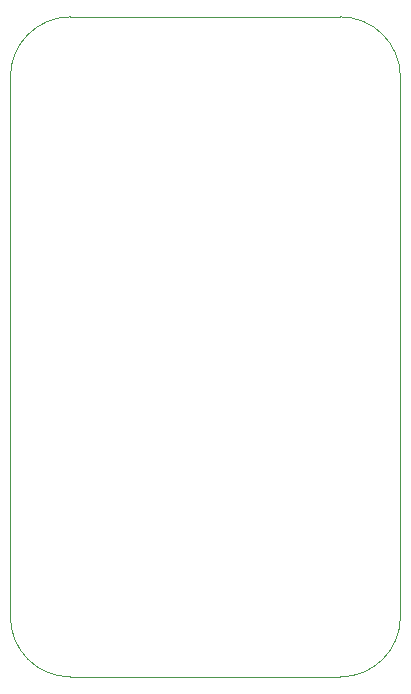
<source format=gbr>
%TF.GenerationSoftware,KiCad,Pcbnew,(6.0.9-0)*%
%TF.CreationDate,2024-03-23T11:21:51+01:00*%
%TF.ProjectId,lfo-board,6c666f2d-626f-4617-9264-2e6b69636164,rev?*%
%TF.SameCoordinates,Original*%
%TF.FileFunction,Profile,NP*%
%FSLAX46Y46*%
G04 Gerber Fmt 4.6, Leading zero omitted, Abs format (unit mm)*
G04 Created by KiCad (PCBNEW (6.0.9-0)) date 2024-03-23 11:21:51*
%MOMM*%
%LPD*%
G01*
G04 APERTURE LIST*
%TA.AperFunction,Profile*%
%ADD10C,0.100000*%
%TD*%
G04 APERTURE END LIST*
D10*
X58420000Y-53340000D02*
G75*
G03*
X53340000Y-48260000I-5080000J0D01*
G01*
X30480000Y-48260000D02*
X53340000Y-48260000D01*
X25400000Y-99060000D02*
X25400000Y-53340000D01*
X25400000Y-99060000D02*
G75*
G03*
X30480000Y-104140000I5080000J0D01*
G01*
X30480000Y-104140000D02*
X53340000Y-104140000D01*
X30480000Y-48260000D02*
G75*
G03*
X25400000Y-53340000I0J-5080000D01*
G01*
X58420000Y-53340000D02*
X58420000Y-99060000D01*
X53340000Y-104140000D02*
G75*
G03*
X58420000Y-99060000I0J5080000D01*
G01*
M02*

</source>
